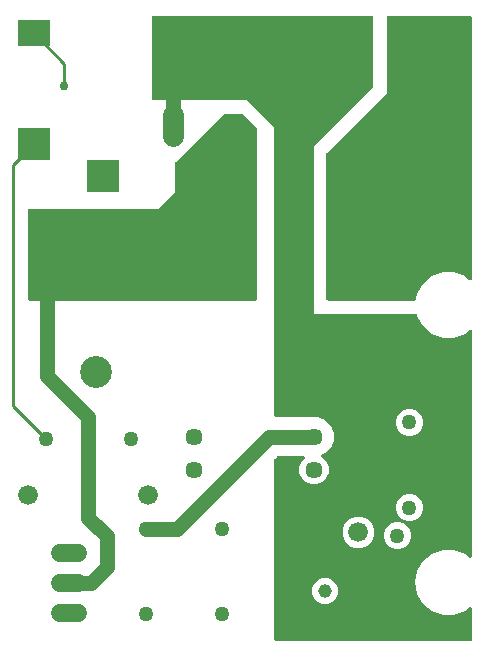
<source format=gbr>
G04 EAGLE Gerber RS-274X export*
G75*
%MOMM*%
%FSLAX34Y34*%
%LPD*%
%INTop Copper*%
%IPPOS*%
%AMOC8*
5,1,8,0,0,1.08239X$1,22.5*%
G01*
%ADD10C,1.676400*%
%ADD11C,1.148000*%
%ADD12C,1.453900*%
%ADD13C,1.800000*%
%ADD14C,1.260000*%
%ADD15C,1.524000*%
%ADD16R,2.800000X2.200000*%
%ADD17R,2.800000X2.800000*%
%ADD18C,2.700000*%
%ADD19C,3.000000*%
%ADD20C,1.750000*%
%ADD21C,1.600000*%
%ADD22C,3.300000*%
%ADD23C,0.254000*%
%ADD24C,0.756400*%
%ADD25C,1.270000*%

G36*
X428688Y10176D02*
X428688Y10176D01*
X428807Y10183D01*
X428845Y10196D01*
X428886Y10201D01*
X428996Y10244D01*
X429109Y10281D01*
X429144Y10303D01*
X429181Y10318D01*
X429277Y10387D01*
X429378Y10451D01*
X429406Y10481D01*
X429439Y10504D01*
X429515Y10596D01*
X429596Y10683D01*
X429616Y10718D01*
X429641Y10749D01*
X429692Y10857D01*
X429750Y10961D01*
X429760Y11001D01*
X429777Y11037D01*
X429799Y11154D01*
X429829Y11269D01*
X429833Y11329D01*
X429837Y11349D01*
X429835Y11370D01*
X429839Y11430D01*
X429839Y37780D01*
X429829Y37863D01*
X429828Y37947D01*
X429809Y38020D01*
X429799Y38095D01*
X429768Y38174D01*
X429747Y38255D01*
X429710Y38321D01*
X429682Y38391D01*
X429633Y38459D01*
X429592Y38532D01*
X429540Y38587D01*
X429496Y38648D01*
X429431Y38702D01*
X429373Y38763D01*
X429309Y38803D01*
X429251Y38851D01*
X429175Y38887D01*
X429103Y38932D01*
X429031Y38955D01*
X428963Y38987D01*
X428881Y39002D01*
X428800Y39028D01*
X428725Y39032D01*
X428651Y39047D01*
X428567Y39041D01*
X428483Y39046D01*
X428409Y39031D01*
X428333Y39027D01*
X428253Y39001D01*
X428171Y38985D01*
X428103Y38952D01*
X428031Y38929D01*
X427960Y38884D01*
X427884Y38848D01*
X427769Y38763D01*
X427762Y38759D01*
X427760Y38756D01*
X427754Y38752D01*
X424058Y35651D01*
X414882Y32311D01*
X405118Y32311D01*
X395942Y35651D01*
X388462Y41927D01*
X383579Y50384D01*
X381884Y60000D01*
X383579Y69616D01*
X388462Y78073D01*
X395942Y84349D01*
X405118Y87689D01*
X414882Y87689D01*
X424058Y84349D01*
X427754Y81248D01*
X427825Y81202D01*
X427889Y81149D01*
X427958Y81117D01*
X428021Y81076D01*
X428101Y81049D01*
X428177Y81013D01*
X428251Y80999D01*
X428323Y80975D01*
X428407Y80969D01*
X428490Y80954D01*
X428565Y80958D01*
X428640Y80953D01*
X428723Y80968D01*
X428807Y80973D01*
X428879Y80997D01*
X428953Y81010D01*
X429030Y81045D01*
X429109Y81071D01*
X429173Y81112D01*
X429242Y81143D01*
X429307Y81197D01*
X429378Y81241D01*
X429430Y81297D01*
X429489Y81344D01*
X429538Y81412D01*
X429596Y81473D01*
X429633Y81539D01*
X429678Y81600D01*
X429709Y81678D01*
X429750Y81752D01*
X429768Y81825D01*
X429797Y81895D01*
X429808Y81978D01*
X429829Y82060D01*
X429838Y82202D01*
X429839Y82210D01*
X429839Y82213D01*
X429839Y82220D01*
X429839Y272780D01*
X429829Y272863D01*
X429828Y272947D01*
X429809Y273020D01*
X429799Y273095D01*
X429768Y273174D01*
X429747Y273255D01*
X429710Y273321D01*
X429682Y273391D01*
X429633Y273459D01*
X429592Y273532D01*
X429540Y273587D01*
X429496Y273648D01*
X429431Y273702D01*
X429373Y273763D01*
X429309Y273803D01*
X429251Y273851D01*
X429175Y273887D01*
X429103Y273932D01*
X429031Y273955D01*
X428963Y273987D01*
X428881Y274002D01*
X428800Y274028D01*
X428725Y274032D01*
X428651Y274047D01*
X428567Y274041D01*
X428483Y274046D01*
X428409Y274031D01*
X428333Y274027D01*
X428253Y274001D01*
X428171Y273985D01*
X428103Y273952D01*
X428031Y273929D01*
X427960Y273884D01*
X427884Y273848D01*
X427769Y273763D01*
X427762Y273759D01*
X427760Y273756D01*
X427754Y273752D01*
X424058Y270651D01*
X414882Y267311D01*
X405118Y267311D01*
X395942Y270651D01*
X388462Y276927D01*
X383579Y285384D01*
X383432Y286220D01*
X383429Y286228D01*
X383429Y286237D01*
X383382Y286380D01*
X383338Y286524D01*
X383334Y286531D01*
X383331Y286539D01*
X383250Y286667D01*
X383171Y286795D01*
X383165Y286801D01*
X383161Y286808D01*
X383050Y286912D01*
X382943Y287016D01*
X382935Y287020D01*
X382929Y287026D01*
X382797Y287099D01*
X382666Y287173D01*
X382658Y287176D01*
X382651Y287180D01*
X382506Y287217D01*
X382359Y287257D01*
X382351Y287257D01*
X382343Y287259D01*
X382182Y287269D01*
X296269Y287269D01*
X296269Y429474D01*
X345898Y479103D01*
X345958Y479181D01*
X346026Y479253D01*
X346055Y479306D01*
X346092Y479354D01*
X346132Y479445D01*
X346180Y479531D01*
X346195Y479590D01*
X346219Y479646D01*
X346234Y479743D01*
X346259Y479839D01*
X346265Y479939D01*
X346269Y479960D01*
X346267Y479972D01*
X346269Y480000D01*
X346269Y538570D01*
X346254Y538688D01*
X346247Y538807D01*
X346234Y538845D01*
X346229Y538886D01*
X346186Y538996D01*
X346149Y539109D01*
X346127Y539144D01*
X346112Y539181D01*
X346042Y539277D01*
X345979Y539378D01*
X345949Y539406D01*
X345926Y539439D01*
X345834Y539515D01*
X345747Y539596D01*
X345712Y539616D01*
X345681Y539641D01*
X345573Y539692D01*
X345469Y539750D01*
X345429Y539760D01*
X345393Y539777D01*
X345276Y539799D01*
X345161Y539829D01*
X345100Y539833D01*
X345080Y539837D01*
X345060Y539835D01*
X345000Y539839D01*
X160000Y539839D01*
X159882Y539824D01*
X159763Y539817D01*
X159725Y539804D01*
X159684Y539799D01*
X159574Y539756D01*
X159461Y539719D01*
X159426Y539697D01*
X159389Y539682D01*
X159293Y539613D01*
X159192Y539549D01*
X159164Y539519D01*
X159131Y539496D01*
X159056Y539404D01*
X158974Y539317D01*
X158954Y539282D01*
X158929Y539251D01*
X158878Y539143D01*
X158820Y539039D01*
X158810Y538999D01*
X158793Y538963D01*
X158771Y538846D01*
X158741Y538731D01*
X158737Y538671D01*
X158733Y538651D01*
X158735Y538630D01*
X158731Y538570D01*
X158731Y470000D01*
X158746Y469882D01*
X158753Y469763D01*
X158766Y469725D01*
X158771Y469684D01*
X158814Y469574D01*
X158851Y469461D01*
X158873Y469426D01*
X158888Y469389D01*
X158958Y469293D01*
X159021Y469192D01*
X159051Y469164D01*
X159074Y469131D01*
X159166Y469056D01*
X159253Y468974D01*
X159288Y468954D01*
X159319Y468929D01*
X159427Y468878D01*
X159531Y468820D01*
X159571Y468810D01*
X159607Y468793D01*
X159724Y468771D01*
X159839Y468741D01*
X159900Y468737D01*
X159920Y468733D01*
X159940Y468735D01*
X160000Y468731D01*
X239474Y468731D01*
X262731Y445474D01*
X262731Y201230D01*
X262746Y201112D01*
X262753Y200993D01*
X262766Y200955D01*
X262771Y200914D01*
X262814Y200804D01*
X262851Y200691D01*
X262873Y200656D01*
X262888Y200619D01*
X262958Y200523D01*
X263021Y200422D01*
X263051Y200394D01*
X263074Y200361D01*
X263166Y200285D01*
X263253Y200204D01*
X263288Y200184D01*
X263319Y200159D01*
X263427Y200108D01*
X263531Y200050D01*
X263571Y200040D01*
X263607Y200023D01*
X263724Y200001D01*
X263839Y199971D01*
X263900Y199967D01*
X263920Y199963D01*
X263940Y199965D01*
X264000Y199961D01*
X299584Y199961D01*
X305653Y197447D01*
X310297Y192803D01*
X312811Y186734D01*
X312811Y180166D01*
X310297Y174097D01*
X305653Y169453D01*
X303161Y168421D01*
X303040Y168352D01*
X302918Y168287D01*
X302903Y168274D01*
X302885Y168263D01*
X302785Y168167D01*
X302682Y168073D01*
X302671Y168056D01*
X302657Y168042D01*
X302584Y167924D01*
X302508Y167807D01*
X302501Y167788D01*
X302490Y167771D01*
X302450Y167638D01*
X302404Y167507D01*
X302403Y167486D01*
X302397Y167467D01*
X302390Y167328D01*
X302379Y167190D01*
X302383Y167170D01*
X302382Y167149D01*
X302410Y167013D01*
X302434Y166876D01*
X302442Y166858D01*
X302446Y166838D01*
X302507Y166713D01*
X302564Y166586D01*
X302577Y166571D01*
X302586Y166552D01*
X302676Y166446D01*
X302763Y166338D01*
X302779Y166326D01*
X302792Y166310D01*
X302906Y166230D01*
X303017Y166147D01*
X303042Y166134D01*
X303052Y166127D01*
X303071Y166120D01*
X303161Y166076D01*
X303296Y166020D01*
X306770Y162546D01*
X308650Y158007D01*
X308650Y153093D01*
X306770Y148554D01*
X303296Y145080D01*
X298757Y143200D01*
X293843Y143200D01*
X289304Y145080D01*
X285830Y148554D01*
X283950Y153093D01*
X283950Y158007D01*
X285830Y162546D01*
X288057Y164773D01*
X288142Y164882D01*
X288231Y164989D01*
X288239Y165008D01*
X288252Y165024D01*
X288307Y165152D01*
X288366Y165277D01*
X288370Y165297D01*
X288378Y165316D01*
X288400Y165454D01*
X288426Y165590D01*
X288425Y165610D01*
X288428Y165630D01*
X288415Y165769D01*
X288406Y165907D01*
X288400Y165926D01*
X288398Y165946D01*
X288351Y166078D01*
X288308Y166209D01*
X288297Y166227D01*
X288290Y166246D01*
X288212Y166361D01*
X288138Y166478D01*
X288123Y166492D01*
X288112Y166509D01*
X288008Y166601D01*
X287906Y166696D01*
X287889Y166706D01*
X287873Y166719D01*
X287749Y166783D01*
X287628Y166850D01*
X287608Y166855D01*
X287590Y166864D01*
X287454Y166894D01*
X287320Y166929D01*
X287292Y166931D01*
X287280Y166934D01*
X287259Y166933D01*
X287159Y166939D01*
X265815Y166939D01*
X265717Y166927D01*
X265617Y166924D01*
X265559Y166907D01*
X265499Y166899D01*
X265407Y166863D01*
X265312Y166835D01*
X265260Y166805D01*
X265203Y166782D01*
X265123Y166724D01*
X265038Y166674D01*
X264963Y166608D01*
X264946Y166596D01*
X264938Y166586D01*
X264917Y166568D01*
X263103Y164753D01*
X263042Y164675D01*
X262974Y164602D01*
X262945Y164549D01*
X262908Y164502D01*
X262868Y164411D01*
X262820Y164324D01*
X262805Y164265D01*
X262781Y164210D01*
X262766Y164112D01*
X262741Y164016D01*
X262735Y163916D01*
X262731Y163896D01*
X262733Y163883D01*
X262731Y163855D01*
X262731Y11430D01*
X262746Y11312D01*
X262753Y11193D01*
X262766Y11155D01*
X262771Y11114D01*
X262814Y11004D01*
X262851Y10891D01*
X262873Y10856D01*
X262888Y10819D01*
X262958Y10723D01*
X263021Y10622D01*
X263051Y10594D01*
X263074Y10561D01*
X263166Y10485D01*
X263253Y10404D01*
X263288Y10384D01*
X263319Y10359D01*
X263427Y10308D01*
X263531Y10250D01*
X263571Y10240D01*
X263607Y10223D01*
X263724Y10201D01*
X263839Y10171D01*
X263900Y10167D01*
X263920Y10163D01*
X263940Y10165D01*
X264000Y10161D01*
X428570Y10161D01*
X428688Y10176D01*
G37*
G36*
X381485Y298732D02*
X381485Y298732D01*
X381493Y298731D01*
X381642Y298752D01*
X381792Y298771D01*
X381800Y298774D01*
X381808Y298775D01*
X381947Y298832D01*
X382088Y298888D01*
X382095Y298893D01*
X382103Y298896D01*
X382222Y298985D01*
X382345Y299074D01*
X382351Y299081D01*
X382357Y299086D01*
X382451Y299202D01*
X382548Y299319D01*
X382552Y299327D01*
X382557Y299334D01*
X382619Y299471D01*
X382684Y299607D01*
X382685Y299615D01*
X382689Y299623D01*
X382727Y299780D01*
X383579Y304616D01*
X388462Y313073D01*
X395942Y319349D01*
X405118Y322689D01*
X414882Y322689D01*
X424058Y319349D01*
X427754Y316248D01*
X427825Y316202D01*
X427889Y316149D01*
X427958Y316117D01*
X428021Y316076D01*
X428101Y316049D01*
X428177Y316013D01*
X428251Y315999D01*
X428323Y315975D01*
X428407Y315969D01*
X428490Y315954D01*
X428565Y315958D01*
X428640Y315953D01*
X428723Y315968D01*
X428807Y315973D01*
X428879Y315997D01*
X428953Y316010D01*
X429030Y316045D01*
X429109Y316071D01*
X429173Y316112D01*
X429242Y316143D01*
X429307Y316197D01*
X429378Y316241D01*
X429430Y316297D01*
X429489Y316344D01*
X429538Y316412D01*
X429596Y316473D01*
X429633Y316539D01*
X429678Y316600D01*
X429709Y316678D01*
X429750Y316752D01*
X429768Y316825D01*
X429797Y316895D01*
X429808Y316978D01*
X429829Y317060D01*
X429838Y317202D01*
X429839Y317210D01*
X429839Y317213D01*
X429839Y317220D01*
X429839Y538570D01*
X429824Y538688D01*
X429817Y538807D01*
X429804Y538845D01*
X429799Y538886D01*
X429756Y538996D01*
X429719Y539109D01*
X429697Y539144D01*
X429682Y539181D01*
X429613Y539277D01*
X429549Y539378D01*
X429519Y539406D01*
X429496Y539439D01*
X429404Y539515D01*
X429317Y539596D01*
X429282Y539616D01*
X429251Y539641D01*
X429143Y539692D01*
X429039Y539750D01*
X428999Y539760D01*
X428963Y539777D01*
X428846Y539799D01*
X428731Y539829D01*
X428671Y539833D01*
X428651Y539837D01*
X428630Y539835D01*
X428570Y539839D01*
X359000Y539839D01*
X358882Y539824D01*
X358763Y539817D01*
X358725Y539804D01*
X358684Y539799D01*
X358574Y539756D01*
X358461Y539719D01*
X358426Y539697D01*
X358389Y539682D01*
X358293Y539613D01*
X358192Y539549D01*
X358164Y539519D01*
X358131Y539496D01*
X358056Y539404D01*
X357974Y539317D01*
X357954Y539282D01*
X357929Y539251D01*
X357878Y539143D01*
X357820Y539039D01*
X357810Y538999D01*
X357793Y538963D01*
X357771Y538846D01*
X357741Y538731D01*
X357737Y538671D01*
X357733Y538651D01*
X357735Y538630D01*
X357731Y538570D01*
X357731Y474526D01*
X307103Y423898D01*
X307042Y423819D01*
X306974Y423747D01*
X306945Y423694D01*
X306908Y423646D01*
X306868Y423555D01*
X306820Y423469D01*
X306805Y423410D01*
X306781Y423354D01*
X306766Y423256D01*
X306741Y423161D01*
X306735Y423061D01*
X306731Y423040D01*
X306733Y423028D01*
X306731Y423000D01*
X306731Y300000D01*
X306746Y299882D01*
X306753Y299763D01*
X306766Y299725D01*
X306771Y299684D01*
X306814Y299574D01*
X306851Y299461D01*
X306873Y299426D01*
X306888Y299389D01*
X306958Y299293D01*
X307021Y299192D01*
X307051Y299164D01*
X307074Y299131D01*
X307166Y299056D01*
X307253Y298974D01*
X307288Y298954D01*
X307319Y298929D01*
X307427Y298878D01*
X307531Y298820D01*
X307571Y298810D01*
X307607Y298793D01*
X307724Y298771D01*
X307839Y298741D01*
X307900Y298737D01*
X307920Y298733D01*
X307940Y298735D01*
X308000Y298731D01*
X381477Y298731D01*
X381485Y298732D01*
G37*
G36*
X247118Y298746D02*
X247118Y298746D01*
X247237Y298753D01*
X247275Y298766D01*
X247316Y298771D01*
X247426Y298814D01*
X247539Y298851D01*
X247574Y298873D01*
X247611Y298888D01*
X247707Y298958D01*
X247808Y299021D01*
X247836Y299051D01*
X247869Y299074D01*
X247945Y299166D01*
X248026Y299253D01*
X248046Y299288D01*
X248071Y299319D01*
X248122Y299427D01*
X248180Y299531D01*
X248190Y299571D01*
X248207Y299607D01*
X248229Y299724D01*
X248259Y299839D01*
X248263Y299900D01*
X248267Y299920D01*
X248265Y299940D01*
X248269Y300000D01*
X248269Y444000D01*
X248257Y444098D01*
X248254Y444197D01*
X248237Y444255D01*
X248229Y444316D01*
X248193Y444408D01*
X248165Y444503D01*
X248135Y444555D01*
X248112Y444611D01*
X248054Y444691D01*
X248004Y444777D01*
X247938Y444852D01*
X247926Y444869D01*
X247916Y444876D01*
X247898Y444898D01*
X236898Y455898D01*
X236819Y455958D01*
X236747Y456026D01*
X236694Y456055D01*
X236646Y456092D01*
X236555Y456132D01*
X236469Y456180D01*
X236410Y456195D01*
X236354Y456219D01*
X236256Y456234D01*
X236161Y456259D01*
X236061Y456265D01*
X236040Y456269D01*
X236028Y456267D01*
X236000Y456269D01*
X220000Y456269D01*
X219902Y456257D01*
X219803Y456254D01*
X219745Y456237D01*
X219684Y456229D01*
X219592Y456193D01*
X219497Y456165D01*
X219445Y456135D01*
X219389Y456112D01*
X219309Y456054D01*
X219223Y456004D01*
X219148Y455938D01*
X219131Y455926D01*
X219124Y455916D01*
X219103Y455898D01*
X179103Y415898D01*
X179042Y415819D01*
X178974Y415747D01*
X178945Y415694D01*
X178908Y415646D01*
X178868Y415555D01*
X178820Y415469D01*
X178805Y415410D01*
X178781Y415354D01*
X178766Y415256D01*
X178741Y415161D01*
X178735Y415061D01*
X178731Y415040D01*
X178733Y415028D01*
X178731Y415000D01*
X178731Y390526D01*
X164474Y376269D01*
X55000Y376269D01*
X54882Y376254D01*
X54763Y376247D01*
X54725Y376234D01*
X54684Y376229D01*
X54574Y376186D01*
X54461Y376149D01*
X54426Y376127D01*
X54389Y376112D01*
X54293Y376043D01*
X54192Y375979D01*
X54164Y375949D01*
X54131Y375926D01*
X54056Y375834D01*
X53974Y375747D01*
X53954Y375712D01*
X53929Y375681D01*
X53878Y375573D01*
X53820Y375469D01*
X53810Y375429D01*
X53793Y375393D01*
X53771Y375276D01*
X53741Y375161D01*
X53737Y375101D01*
X53733Y375081D01*
X53735Y375060D01*
X53731Y375000D01*
X53731Y300000D01*
X53746Y299882D01*
X53753Y299763D01*
X53766Y299725D01*
X53771Y299684D01*
X53814Y299574D01*
X53851Y299461D01*
X53873Y299426D01*
X53888Y299389D01*
X53958Y299293D01*
X54021Y299192D01*
X54051Y299164D01*
X54074Y299131D01*
X54166Y299056D01*
X54253Y298974D01*
X54288Y298954D01*
X54319Y298929D01*
X54427Y298878D01*
X54531Y298820D01*
X54571Y298810D01*
X54607Y298793D01*
X54724Y298771D01*
X54839Y298741D01*
X54900Y298737D01*
X54920Y298733D01*
X54940Y298735D01*
X55000Y298731D01*
X247000Y298731D01*
X247118Y298746D01*
G37*
%LPC*%
G36*
X331222Y88937D02*
X331222Y88937D01*
X326274Y90987D01*
X322487Y94774D01*
X320437Y99722D01*
X320437Y105078D01*
X322487Y110026D01*
X326274Y113813D01*
X331222Y115863D01*
X336578Y115863D01*
X341526Y113813D01*
X345313Y110026D01*
X347363Y105078D01*
X347363Y99722D01*
X345313Y94774D01*
X341526Y90987D01*
X336578Y88937D01*
X331222Y88937D01*
G37*
%LPD*%
%LPC*%
G36*
X374636Y184269D02*
X374636Y184269D01*
X370453Y186002D01*
X367252Y189203D01*
X365519Y193386D01*
X365519Y197914D01*
X367252Y202097D01*
X370453Y205298D01*
X374636Y207031D01*
X379164Y207031D01*
X383347Y205298D01*
X386548Y202097D01*
X388281Y197914D01*
X388281Y193386D01*
X386548Y189203D01*
X383347Y186002D01*
X379164Y184269D01*
X374636Y184269D01*
G37*
%LPD*%
%LPC*%
G36*
X374636Y111869D02*
X374636Y111869D01*
X370453Y113602D01*
X367252Y116803D01*
X365519Y120986D01*
X365519Y125514D01*
X367252Y129697D01*
X370453Y132898D01*
X374636Y134631D01*
X379164Y134631D01*
X383347Y132898D01*
X386548Y129697D01*
X388281Y125514D01*
X388281Y120986D01*
X386548Y116803D01*
X383347Y113602D01*
X379164Y111869D01*
X374636Y111869D01*
G37*
%LPD*%
%LPC*%
G36*
X364636Y88369D02*
X364636Y88369D01*
X360453Y90102D01*
X357252Y93303D01*
X355519Y97486D01*
X355519Y102014D01*
X357252Y106197D01*
X360453Y109398D01*
X364636Y111131D01*
X369164Y111131D01*
X373347Y109398D01*
X376548Y106197D01*
X378281Y102014D01*
X378281Y97486D01*
X376548Y93303D01*
X373347Y90102D01*
X369164Y88369D01*
X364636Y88369D01*
G37*
%LPD*%
%LPC*%
G36*
X303448Y41979D02*
X303448Y41979D01*
X299471Y43627D01*
X296427Y46671D01*
X294779Y50648D01*
X294779Y54952D01*
X296427Y58929D01*
X299471Y61973D01*
X303448Y63621D01*
X307752Y63621D01*
X311729Y61973D01*
X314773Y58929D01*
X316421Y54952D01*
X316421Y50648D01*
X314773Y46671D01*
X311729Y43627D01*
X307752Y41979D01*
X303448Y41979D01*
G37*
%LPD*%
D10*
X54000Y133900D03*
X155600Y133900D03*
X333900Y204000D03*
X333900Y102400D03*
D11*
X305600Y52800D03*
X280600Y52800D03*
D12*
X194700Y183450D03*
X194700Y155550D03*
X296300Y155550D03*
X296300Y183450D03*
D13*
X330600Y502500D03*
X381400Y502500D03*
D14*
X154300Y33250D03*
X154300Y105650D03*
X218100Y33250D03*
X218100Y105650D03*
X376900Y195650D03*
X376900Y123250D03*
X366900Y99750D03*
X366900Y27350D03*
X69300Y181900D03*
X141700Y181900D03*
D15*
X96520Y34100D02*
X81280Y34100D01*
X81280Y59500D02*
X96520Y59500D01*
X96520Y84900D02*
X81280Y84900D01*
D16*
X58900Y525100D03*
D17*
X58900Y431100D03*
X117400Y404100D03*
D18*
X332100Y238000D03*
X112100Y238000D03*
D19*
X350100Y358000D03*
X74100Y358000D03*
D20*
X177000Y437950D02*
X177000Y455450D01*
X272000Y484950D02*
X272000Y502450D01*
X272000Y455450D02*
X272000Y437950D01*
D21*
X232500Y488700D02*
X216500Y488700D01*
D22*
X224500Y428700D03*
D20*
X177000Y484950D02*
X177000Y502450D01*
D19*
X224500Y521200D03*
D23*
X85000Y499000D02*
X58900Y525100D01*
X85000Y499000D02*
X85000Y480000D01*
D24*
X85000Y480000D03*
D23*
X41430Y209770D02*
X69300Y181900D01*
X41430Y413630D02*
X58900Y431100D01*
X41430Y413630D02*
X41430Y209770D01*
D25*
X177000Y446700D02*
X177000Y493700D01*
X333900Y236200D02*
X333900Y204000D01*
X333900Y236200D02*
X332100Y238000D01*
X333900Y204000D02*
X333900Y148900D01*
X285000Y100000D01*
X285000Y57200D01*
X280600Y52800D01*
X280600Y49400D01*
X305000Y25000D01*
X364550Y25000D01*
X366900Y27350D01*
D24*
X180000Y530000D03*
X265000Y530000D03*
X330000Y530000D03*
D25*
X180650Y105650D02*
X154300Y105650D01*
X258450Y183450D02*
X296300Y183450D01*
X258450Y183450D02*
X180650Y105650D01*
X107500Y59500D02*
X88900Y59500D01*
X107500Y59500D02*
X121000Y73000D01*
X121000Y99000D01*
X105000Y115000D01*
X105000Y200000D01*
X70000Y235000D01*
X70000Y353900D01*
X74100Y358000D01*
D24*
X230000Y370000D03*
X190000Y370000D03*
X230000Y325000D03*
X190000Y325000D03*
X150000Y355000D03*
X150000Y325000D03*
X110000Y355000D03*
X110000Y325000D03*
X380000Y455000D03*
X380000Y410000D03*
X380000Y365000D03*
X380000Y320000D03*
X340000Y320000D03*
X340000Y410000D03*
X380000Y530000D03*
X415000Y530000D03*
X415000Y455000D03*
X415000Y410000D03*
X415000Y365000D03*
M02*

</source>
